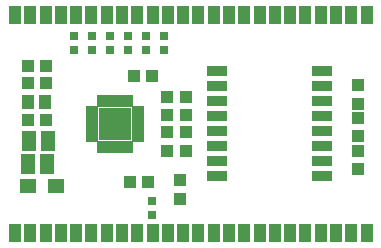
<source format=gts>
G04*
G04 #@! TF.GenerationSoftware,Altium Limited,Altium Designer,20.0.2 (26)*
G04*
G04 Layer_Color=8388736*
%FSLAX25Y25*%
%MOIN*%
G70*
G01*
G75*
%ADD15R,0.04150X0.04150*%
%ADD16R,0.04150X0.04150*%
%ADD17R,0.04347X0.04819*%
%ADD18R,0.04819X0.06591*%
%ADD19R,0.05331X0.04740*%
%ADD20R,0.02969X0.02969*%
%ADD21R,0.06787X0.03795*%
%ADD22R,0.01984X0.04150*%
%ADD23R,0.04150X0.01984*%
%ADD24R,0.11039X0.11039*%
%ADD25R,0.03953X0.06315*%
D15*
X12451Y51077D02*
D03*
X6349D02*
D03*
X12451Y56800D02*
D03*
X6349D02*
D03*
X12451Y38650D02*
D03*
X6349D02*
D03*
X47751Y53250D02*
D03*
X41649D02*
D03*
X46451Y18150D02*
D03*
X40349D02*
D03*
D16*
X116250Y22299D02*
D03*
Y28401D02*
D03*
Y50251D02*
D03*
Y44149D02*
D03*
X52500Y40249D02*
D03*
Y46351D02*
D03*
X58800Y40249D02*
D03*
Y46351D02*
D03*
Y34651D02*
D03*
Y28549D02*
D03*
X52500Y34651D02*
D03*
Y28549D02*
D03*
X56800Y18651D02*
D03*
Y12549D02*
D03*
X116250Y39326D02*
D03*
Y33224D02*
D03*
D17*
X6447Y44708D02*
D03*
X12038D02*
D03*
D18*
X12800Y31700D02*
D03*
X6500D02*
D03*
X12650Y24200D02*
D03*
X6350D02*
D03*
D19*
X15676Y16800D02*
D03*
X6424D02*
D03*
D20*
X51700Y66750D02*
D03*
Y62150D02*
D03*
X45710Y66750D02*
D03*
Y62150D02*
D03*
X39720Y66750D02*
D03*
Y62150D02*
D03*
X33730Y66750D02*
D03*
Y62150D02*
D03*
X47700Y11800D02*
D03*
Y7200D02*
D03*
X21750Y62150D02*
D03*
Y66750D02*
D03*
X27740Y62150D02*
D03*
Y66750D02*
D03*
D21*
X104450Y19902D02*
D03*
X69450D02*
D03*
X104450Y24902D02*
D03*
X69450D02*
D03*
X104450Y29902D02*
D03*
X69450D02*
D03*
X104450Y34902D02*
D03*
X69450D02*
D03*
X104450Y39902D02*
D03*
X69450D02*
D03*
X104450Y44902D02*
D03*
X69450D02*
D03*
X104450Y49902D02*
D03*
X69450D02*
D03*
X104450Y54902D02*
D03*
X69450D02*
D03*
D22*
X40200Y45079D02*
D03*
X38232D02*
D03*
X36263D02*
D03*
X34295D02*
D03*
X32326D02*
D03*
X30358D02*
D03*
Y29724D02*
D03*
X32326D02*
D03*
X34295D02*
D03*
X36263D02*
D03*
X38232D02*
D03*
X40200D02*
D03*
D23*
X27602Y42323D02*
D03*
Y40354D02*
D03*
Y38386D02*
D03*
Y36417D02*
D03*
Y34449D02*
D03*
Y32480D02*
D03*
X42956D02*
D03*
Y34449D02*
D03*
Y36417D02*
D03*
Y38386D02*
D03*
Y40354D02*
D03*
Y42323D02*
D03*
D24*
X35279Y37402D02*
D03*
D25*
X119135Y73622D02*
D03*
X114041D02*
D03*
X83480D02*
D03*
X88574D02*
D03*
X93667D02*
D03*
X98761D02*
D03*
X103854D02*
D03*
X108948D02*
D03*
X78387D02*
D03*
X73292D02*
D03*
X68198D02*
D03*
X37630D02*
D03*
X42725D02*
D03*
X47819D02*
D03*
X52914D02*
D03*
X58008D02*
D03*
X63103D02*
D03*
X32536D02*
D03*
X17252D02*
D03*
X27441D02*
D03*
X22346D02*
D03*
X7063D02*
D03*
X12157D02*
D03*
X1969D02*
D03*
Y1181D02*
D03*
X7062D02*
D03*
X37623D02*
D03*
X32530D02*
D03*
X27436D02*
D03*
X22343D02*
D03*
X17249D02*
D03*
X12156D02*
D03*
X42717D02*
D03*
X47811D02*
D03*
X52906D02*
D03*
X83473D02*
D03*
X78378D02*
D03*
X73284D02*
D03*
X68189D02*
D03*
X63095D02*
D03*
X58000D02*
D03*
X88568D02*
D03*
X103851D02*
D03*
X93662D02*
D03*
X98757D02*
D03*
X114040D02*
D03*
X108946D02*
D03*
X119135D02*
D03*
M02*

</source>
